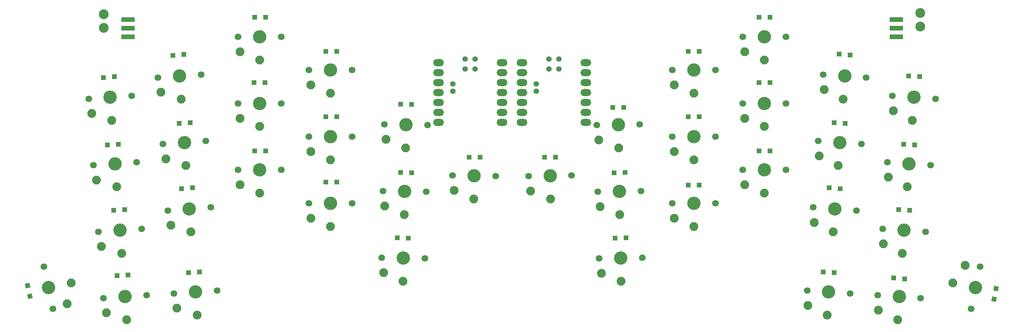
<source format=gbr>
%TF.GenerationSoftware,KiCad,Pcbnew,9.0.2*%
%TF.CreationDate,2025-06-24T00:15:16-06:00*%
%TF.ProjectId,Orcus,4f726375-732e-46b6-9963-61645f706362,rev?*%
%TF.SameCoordinates,Original*%
%TF.FileFunction,Soldermask,Top*%
%TF.FilePolarity,Negative*%
%FSLAX46Y46*%
G04 Gerber Fmt 4.6, Leading zero omitted, Abs format (unit mm)*
G04 Created by KiCad (PCBNEW 9.0.2) date 2025-06-24 00:15:16*
%MOMM*%
%LPD*%
G01*
G04 APERTURE LIST*
G04 Aperture macros list*
%AMRotRect*
0 Rectangle, with rotation*
0 The origin of the aperture is its center*
0 $1 length*
0 $2 width*
0 $3 Rotation angle, in degrees counterclockwise*
0 Add horizontal line*
21,1,$1,$2,0,0,$3*%
G04 Aperture macros list end*
%ADD10R,3.500000X1.200000*%
%ADD11C,2.500000*%
%ADD12O,2.750000X1.800000*%
%ADD13C,1.397000*%
%ADD14C,2.250000*%
%ADD15C,1.700000*%
%ADD16C,3.400000*%
%ADD17RotRect,1.200000X1.200000X184.000000*%
%ADD18R,1.200000X1.200000*%
%ADD19RotRect,1.200000X1.200000X179.000000*%
%ADD20RotRect,1.200000X1.200000X282.000000*%
%ADD21RotRect,1.200000X1.200000X78.000000*%
%ADD22RotRect,1.200000X1.200000X176.000000*%
%ADD23RotRect,1.200000X1.200000X181.000000*%
G04 APERTURE END LIST*
D10*
%TO.C,J6*%
X49830138Y-40733642D03*
X49830138Y-38533642D03*
X49830138Y-36333642D03*
%TD*%
%TO.C,J5*%
X245491588Y-40733642D03*
X245491588Y-38533642D03*
X245491588Y-36333642D03*
%TD*%
D11*
%TO.C,J3*%
X251618750Y-38100000D03*
%TD*%
%TO.C,J1*%
X251618750Y-34600000D03*
%TD*%
%TO.C,J4*%
X43656250Y-38425000D03*
%TD*%
%TO.C,J2*%
X43656250Y-34925000D03*
%TD*%
D12*
%TO.C,U3*%
X150215863Y-47318642D03*
X150215863Y-49858642D03*
X150215863Y-52398642D03*
X150215863Y-54938642D03*
X150215863Y-57478642D03*
X150215863Y-60018642D03*
X150215863Y-62558642D03*
X166405863Y-62558642D03*
X166405863Y-60018642D03*
X166405863Y-57478642D03*
X166405863Y-54938642D03*
X166405863Y-52398642D03*
X166405863Y-49858642D03*
X166405863Y-47318642D03*
D13*
X153865863Y-54621642D03*
X153865863Y-52716642D03*
X157040863Y-46366642D03*
X159580863Y-46366642D03*
X157040863Y-48906642D03*
X159580863Y-48906642D03*
%TD*%
D14*
%TO.C,SW1*%
X169765586Y-67070830D03*
X174801474Y-69083248D03*
D15*
X180197667Y-63088159D03*
D16*
X174698505Y-63184147D03*
D15*
X169199343Y-63280135D03*
%TD*%
D14*
%TO.C,SW2*%
X188921726Y-53013642D03*
X193921726Y-55113642D03*
D15*
X199421726Y-49213642D03*
D16*
X193921726Y-49213642D03*
D15*
X188421726Y-49213642D03*
%TD*%
D14*
%TO.C,SW3*%
X206921726Y-44513642D03*
X211921726Y-46613642D03*
D15*
X217421726Y-40713642D03*
D16*
X211921726Y-40713642D03*
D15*
X206421726Y-40713642D03*
%TD*%
D14*
%TO.C,SW4*%
X227112268Y-54185259D03*
X231953600Y-56628926D03*
D15*
X237851765Y-51126958D03*
D16*
X232365163Y-50743298D03*
D15*
X226878561Y-50359638D03*
%TD*%
D14*
%TO.C,SW5*%
X244754516Y-59610765D03*
X249595848Y-62054432D03*
D15*
X255494013Y-56552465D03*
D16*
X250007411Y-56168804D03*
D15*
X244520809Y-55785143D03*
%TD*%
D14*
%TO.C,SW6*%
X152407932Y-80108528D03*
X157443820Y-82120946D03*
D15*
X162840013Y-76125857D03*
D16*
X157340851Y-76221845D03*
D15*
X151841689Y-76317833D03*
%TD*%
D14*
%TO.C,SW7*%
X170079729Y-84068240D03*
X175115617Y-86080658D03*
D15*
X180511810Y-80085569D03*
D16*
X175012648Y-80181557D03*
D15*
X169513486Y-80277545D03*
%TD*%
D14*
%TO.C,SW8*%
X188921726Y-70013642D03*
X193921726Y-72113642D03*
D15*
X199421726Y-66213642D03*
D16*
X193921726Y-66213642D03*
D15*
X188421726Y-66213642D03*
%TD*%
D14*
%TO.C,SW9*%
X206921726Y-61513642D03*
X211921726Y-63613642D03*
D15*
X217421726Y-57713642D03*
D16*
X211921726Y-57713642D03*
D15*
X206421726Y-57713642D03*
%TD*%
D14*
%TO.C,SW10*%
X225856651Y-71143848D03*
X230697983Y-73587515D03*
D15*
X236596148Y-68085548D03*
D16*
X231109546Y-67701887D03*
D15*
X225622944Y-67318226D03*
%TD*%
D14*
%TO.C,SW11*%
X243498899Y-76569355D03*
X248340231Y-79013022D03*
D15*
X254238396Y-73511055D03*
D16*
X248751794Y-73127394D03*
D15*
X243265192Y-72743733D03*
%TD*%
D14*
%TO.C,SW12*%
X170393872Y-101065651D03*
X175429760Y-103078069D03*
D15*
X180825953Y-97082980D03*
D16*
X175326791Y-97178968D03*
D15*
X169827629Y-97274956D03*
%TD*%
D14*
%TO.C,SW13*%
X188921726Y-87013642D03*
X193921726Y-89113642D03*
D15*
X199421726Y-83213642D03*
D16*
X193921726Y-83213642D03*
D15*
X188421726Y-83213642D03*
%TD*%
D14*
%TO.C,SW14*%
X206921726Y-78513642D03*
X211921726Y-80613642D03*
D15*
X217421726Y-74713642D03*
D16*
X211921726Y-74713642D03*
D15*
X206421726Y-74713642D03*
%TD*%
D14*
%TO.C,SW15*%
X224601034Y-88102437D03*
X229442366Y-90546104D03*
D15*
X235340531Y-85044137D03*
D16*
X229853929Y-84660476D03*
D15*
X224367327Y-84276815D03*
%TD*%
D14*
%TO.C,SW16*%
X242243284Y-93527943D03*
X247084616Y-95971610D03*
D15*
X252982781Y-90469643D03*
D16*
X247496179Y-90085982D03*
D15*
X242009577Y-89702321D03*
%TD*%
D14*
%TO.C,SW17*%
X223031515Y-109300672D03*
X227872847Y-111744339D03*
D15*
X233771012Y-106242372D03*
D16*
X228284410Y-105858711D03*
D15*
X222797808Y-105475050D03*
%TD*%
D14*
%TO.C,SW18*%
X240987667Y-110486533D03*
X245828999Y-112930200D03*
D15*
X251727164Y-107428233D03*
D16*
X246240562Y-107044572D03*
D15*
X240753960Y-106660911D03*
%TD*%
D14*
%TO.C,SW19*%
X263029976Y-99062813D03*
X259936307Y-103516937D03*
D15*
X264563863Y-110123427D03*
D16*
X265707378Y-104743616D03*
D15*
X266850893Y-99363805D03*
%TD*%
D14*
%TO.C,SW20*%
X40591569Y-60308330D03*
X45725878Y-62054432D03*
D15*
X50800917Y-55785143D03*
D16*
X45314315Y-56168804D03*
D15*
X39827713Y-56552465D03*
%TD*%
D14*
%TO.C,SW21*%
X58233817Y-54882824D03*
X63368126Y-56628926D03*
D15*
X68443165Y-50359637D03*
D16*
X62956563Y-50743298D03*
D15*
X57469961Y-51126959D03*
%TD*%
D14*
%TO.C,SW22*%
X78400000Y-44513642D03*
X83400000Y-46613642D03*
D15*
X88900000Y-40713642D03*
D16*
X83400000Y-40713642D03*
D15*
X77900000Y-40713642D03*
%TD*%
D14*
%TO.C,SW23*%
X96400000Y-53013642D03*
X101400000Y-55113642D03*
D15*
X106900000Y-49213642D03*
D16*
X101400000Y-49213642D03*
D15*
X95900000Y-49213642D03*
%TD*%
D14*
%TO.C,SW24*%
X115557662Y-66896306D03*
X120520251Y-69083248D03*
D15*
X126122382Y-63280135D03*
D16*
X120623220Y-63184147D03*
D15*
X115124058Y-63088159D03*
%TD*%
D14*
%TO.C,SW25*%
X41847186Y-77266920D03*
X46981495Y-79013022D03*
D15*
X52056534Y-72743733D03*
D16*
X46569932Y-73127394D03*
D15*
X41083330Y-73511055D03*
%TD*%
D14*
%TO.C,SW26*%
X59489434Y-71841413D03*
X64623743Y-73587515D03*
D15*
X69698782Y-67318226D03*
D16*
X64212180Y-67701887D03*
D15*
X58725578Y-68085548D03*
%TD*%
D14*
%TO.C,SW27*%
X78400000Y-61513642D03*
X83400000Y-63613642D03*
D15*
X88900000Y-57713642D03*
D16*
X83400000Y-57713642D03*
D15*
X77900000Y-57713642D03*
%TD*%
D14*
%TO.C,SW28*%
X96400000Y-70013642D03*
X101400000Y-72113642D03*
D15*
X106900000Y-66213642D03*
D16*
X101400000Y-66213642D03*
D15*
X95900000Y-66213642D03*
%TD*%
D14*
%TO.C,SW29*%
X115243519Y-83893716D03*
X120206108Y-86080658D03*
D15*
X125808239Y-80277545D03*
D16*
X120309077Y-80181557D03*
D15*
X114809915Y-80085569D03*
%TD*%
D14*
%TO.C,SW30*%
X132915317Y-79934004D03*
X137877906Y-82120946D03*
D15*
X143480037Y-76317833D03*
D16*
X137980875Y-76221845D03*
D15*
X132481713Y-76125857D03*
%TD*%
D14*
%TO.C,SW31*%
X43102801Y-94225508D03*
X48237110Y-95971610D03*
D15*
X53312149Y-89702321D03*
D16*
X47825547Y-90085982D03*
D15*
X42338945Y-90469643D03*
%TD*%
D14*
%TO.C,SW32*%
X60745051Y-88800002D03*
X65879360Y-90546104D03*
D15*
X70954399Y-84276815D03*
D16*
X65467797Y-84660476D03*
D15*
X59981195Y-85044137D03*
%TD*%
D14*
%TO.C,SW33*%
X78400000Y-78513642D03*
X83400000Y-80613642D03*
D15*
X88900000Y-74713642D03*
D16*
X83400000Y-74713642D03*
D15*
X77900000Y-74713642D03*
%TD*%
D14*
%TO.C,SW34*%
X96400000Y-87013642D03*
X101400000Y-89113642D03*
D15*
X106900000Y-83213642D03*
D16*
X101400000Y-83213642D03*
D15*
X95900000Y-83213642D03*
%TD*%
D14*
%TO.C,SW35*%
X114929376Y-100891127D03*
X119891965Y-103078069D03*
D15*
X125494096Y-97274956D03*
D16*
X119994934Y-97178968D03*
D15*
X114495772Y-97082980D03*
%TD*%
D14*
%TO.C,SW36*%
X34370867Y-108844290D03*
X35385419Y-103516937D03*
D15*
X28470834Y-99363804D03*
D16*
X29614348Y-104743616D03*
D15*
X30757862Y-110123428D03*
%TD*%
D14*
%TO.C,SW37*%
X44358418Y-111184098D03*
X49492727Y-112930200D03*
D15*
X54567766Y-106660911D03*
D16*
X49081164Y-107044572D03*
D15*
X43594562Y-107428233D03*
%TD*%
D14*
%TO.C,SW38*%
X62314570Y-109998237D03*
X67448879Y-111744339D03*
D15*
X72523918Y-105475050D03*
D16*
X67037316Y-105858711D03*
D15*
X61550714Y-106242372D03*
%TD*%
D17*
%TO.C,D25*%
X47434090Y-68164841D03*
X44640910Y-68360159D03*
%TD*%
%TO.C,D26*%
X65690340Y-62608591D03*
X62897160Y-62803909D03*
%TD*%
D18*
%TO.C,D27*%
X84743750Y-52387500D03*
X81943750Y-52387500D03*
%TD*%
%TO.C,D33*%
X84931250Y-69850000D03*
X82131250Y-69850000D03*
%TD*%
D19*
%TO.C,D35*%
X121256037Y-92099433D03*
X118456463Y-92050567D03*
%TD*%
%TO.C,D29*%
X122049787Y-75406250D03*
X119250213Y-75357382D03*
%TD*%
D17*
%TO.C,D37*%
X49815340Y-101502341D03*
X47022160Y-101697659D03*
%TD*%
%TO.C,D21*%
X64102840Y-45243750D03*
X61309660Y-45439068D03*
%TD*%
%TO.C,D20*%
X46396590Y-50902341D03*
X43603410Y-51097659D03*
%TD*%
%TO.C,D38*%
X68071590Y-100708591D03*
X65278410Y-100903909D03*
%TD*%
%TO.C,D32*%
X66296590Y-79277341D03*
X63503410Y-79472659D03*
%TD*%
D18*
%TO.C,D22*%
X84931250Y-35718750D03*
X82131250Y-35718750D03*
%TD*%
D17*
%TO.C,D31*%
X49021590Y-84833591D03*
X46228410Y-85028909D03*
%TD*%
D19*
%TO.C,D24*%
X122049787Y-57968183D03*
X119250213Y-57919317D03*
%TD*%
D18*
%TO.C,D28*%
X103000000Y-61118750D03*
X100200000Y-61118750D03*
%TD*%
%TO.C,D23*%
X100200000Y-44450000D03*
X103000000Y-44450000D03*
%TD*%
D19*
%TO.C,D30*%
X139512287Y-71461934D03*
X136712713Y-71413066D03*
%TD*%
D20*
%TO.C,D36*%
X24315174Y-104199343D03*
X24897326Y-106938157D03*
%TD*%
D18*
%TO.C,D34*%
X103000000Y-77787500D03*
X100200000Y-77787500D03*
%TD*%
%TO.C,D13*%
X195321726Y-78581250D03*
X192521726Y-78581250D03*
%TD*%
D21*
%TO.C,D19*%
X270377673Y-107731906D03*
X270959827Y-104993094D03*
%TD*%
D22*
%TO.C,D4*%
X233761753Y-45341409D03*
X230968573Y-45146091D03*
%TD*%
D23*
%TO.C,D1*%
X176098292Y-58713066D03*
X173298718Y-58761934D03*
%TD*%
%TO.C,D12*%
X176726578Y-92050566D03*
X173927004Y-92099434D03*
%TD*%
D22*
%TO.C,D11*%
X250148384Y-68360159D03*
X247355204Y-68164841D03*
%TD*%
%TO.C,D18*%
X247637152Y-102491409D03*
X244843972Y-102296091D03*
%TD*%
D18*
%TO.C,D2*%
X195321726Y-44450000D03*
X192521726Y-44450000D03*
%TD*%
%TO.C,D8*%
X195321726Y-61118750D03*
X192521726Y-61118750D03*
%TD*%
%TO.C,D3*%
X213321726Y-35718750D03*
X210521726Y-35718750D03*
%TD*%
D22*
%TO.C,D10*%
X232506136Y-62803909D03*
X229712956Y-62608591D03*
%TD*%
%TO.C,D15*%
X231250519Y-79472659D03*
X228457339Y-79277341D03*
%TD*%
%TO.C,D17*%
X229681000Y-100903909D03*
X226887820Y-100708591D03*
%TD*%
%TO.C,D16*%
X248892769Y-85028909D03*
X246099589Y-84833591D03*
%TD*%
D18*
%TO.C,D14*%
X213321726Y-69850000D03*
X210521726Y-69850000D03*
%TD*%
D22*
%TO.C,D5*%
X251404001Y-50897659D03*
X248610821Y-50702341D03*
%TD*%
D18*
%TO.C,D9*%
X213321726Y-52387500D03*
X210521726Y-52387500D03*
%TD*%
D23*
%TO.C,D7*%
X176412435Y-75381816D03*
X173612861Y-75430684D03*
%TD*%
%TO.C,D6*%
X158740638Y-71413066D03*
X155941064Y-71461934D03*
%TD*%
D12*
%TO.C,U1*%
X128915863Y-47318642D03*
X128915863Y-49858642D03*
X128915863Y-52398642D03*
X128915863Y-54938642D03*
X128915863Y-57478642D03*
X128915863Y-60018642D03*
X128915863Y-62558642D03*
X145105863Y-62558642D03*
X145105863Y-60018642D03*
X145105863Y-57478642D03*
X145105863Y-54938642D03*
X145105863Y-52398642D03*
X145105863Y-49858642D03*
X145105863Y-47318642D03*
D13*
X132565863Y-54621642D03*
X132565863Y-52716642D03*
X135740863Y-46366642D03*
X138280863Y-46366642D03*
X135740863Y-48906642D03*
X138280863Y-48906642D03*
%TD*%
M02*

</source>
